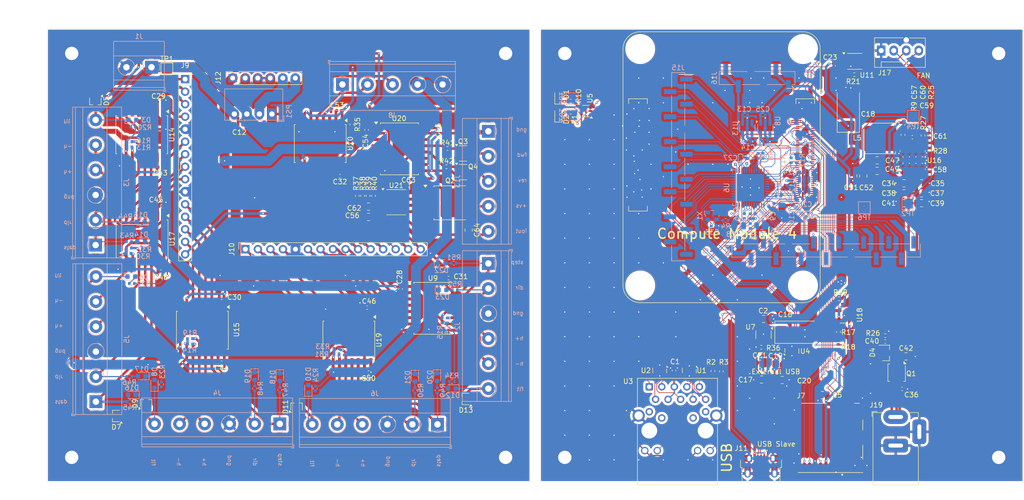
<source format=kicad_pcb>
(kicad_pcb
	(version 20240108)
	(generator "pcbnew")
	(generator_version "8.0")
	(general
		(thickness 1.5792)
		(legacy_teardrops no)
	)
	(paper "A4")
	(layers
		(0 "F.Cu" signal)
		(1 "In1.Cu" power)
		(2 "In2.Cu" power)
		(31 "B.Cu" signal)
		(32 "B.Adhes" user "B.Adhesive")
		(33 "F.Adhes" user "F.Adhesive")
		(34 "B.Paste" user)
		(35 "F.Paste" user)
		(36 "B.SilkS" user "B.Silkscreen")
		(37 "F.SilkS" user "F.Silkscreen")
		(38 "B.Mask" user)
		(39 "F.Mask" user)
		(40 "Dwgs.User" user "User.Drawings")
		(41 "Cmts.User" user "User.Comments")
		(42 "Eco1.User" user "User.Eco1")
		(43 "Eco2.User" user "User.Eco2")
		(44 "Edge.Cuts" user)
		(45 "Margin" user)
		(46 "B.CrtYd" user "B.Courtyard")
		(47 "F.CrtYd" user "F.Courtyard")
		(48 "B.Fab" user)
		(49 "F.Fab" user)
	)
	(setup
		(stackup
			(layer "F.SilkS"
				(type "Top Silk Screen")
			)
			(layer "F.Paste"
				(type "Top Solder Paste")
			)
			(layer "F.Mask"
				(type "Top Solder Mask")
				(color "Green")
				(thickness 0.01)
			)
			(layer "F.Cu"
				(type "copper")
				(thickness 0.035)
			)
			(layer "dielectric 1"
				(type "core")
				(thickness 0.0994)
				(material "Prepreg")
				(epsilon_r 4.4)
				(loss_tangent 0.02)
			)
			(layer "In1.Cu"
				(type "copper")
				(thickness 0.0152)
			)
			(layer "dielectric 2"
				(type "prepreg")
				(thickness 1.26)
				(material "Core")
				(epsilon_r 4.6)
				(loss_tangent 0.02)
			)
			(layer "In2.Cu"
				(type "copper")
				(thickness 0.0152)
			)
			(layer "dielectric 3"
				(type "core")
				(thickness 0.0994)
				(material "FR4")
				(epsilon_r 4.4)
				(loss_tangent 0.02)
			)
			(layer "B.Cu"
				(type "copper")
				(thickness 0.035)
			)
			(layer "B.Mask"
				(type "Bottom Solder Mask")
				(color "Green")
				(thickness 0.01)
			)
			(layer "B.Paste"
				(type "Bottom Solder Paste")
			)
			(layer "B.SilkS"
				(type "Bottom Silk Screen")
			)
			(copper_finish "None")
			(dielectric_constraints yes)
		)
		(pad_to_mask_clearance 0)
		(allow_soldermask_bridges_in_footprints no)
		(pcbplotparams
			(layerselection 0x00010e8_ffffffff)
			(plot_on_all_layers_selection 0x0000000_00000000)
			(disableapertmacros no)
			(usegerberextensions no)
			(usegerberattributes no)
			(usegerberadvancedattributes no)
			(creategerberjobfile no)
			(dashed_line_dash_ratio 12.000000)
			(dashed_line_gap_ratio 3.000000)
			(svgprecision 6)
			(plotframeref no)
			(viasonmask no)
			(mode 1)
			(useauxorigin no)
			(hpglpennumber 1)
			(hpglpenspeed 20)
			(hpglpendiameter 15.000000)
			(pdf_front_fp_property_popups yes)
			(pdf_back_fp_property_popups yes)
			(dxfpolygonmode yes)
			(dxfimperialunits yes)
			(dxfusepcbnewfont yes)
			(psnegative no)
			(psa4output no)
			(plotreference yes)
			(plotvalue yes)
			(plotfptext yes)
			(plotinvisibletext no)
			(sketchpadsonfab no)
			(subtractmaskfromsilk no)
			(outputformat 1)
			(mirror no)
			(drillshape 0)
			(scaleselection 1)
			(outputdirectory "RPI-CM4IO-Gerber/")
		)
	)
	(net 0 "")
	(net 1 "GND")
	(net 2 "Net-(C1-Pad1)")
	(net 3 "Net-(Q1-D)")
	(net 4 "Net-(D4-A)")
	(net 5 "Net-(U16-BST)")
	(net 6 "Net-(U16-SS)")
	(net 7 "/+12v")
	(net 8 "Net-(U16-COMP)")
	(net 9 "/CM4_HighSpeed/CAM0_D0_N")
	(net 10 "/CM4_HighSpeed/CAM0_D0_P")
	(net 11 "/CM4_HighSpeed/CAM0_D1_N")
	(net 12 "/CM4_HighSpeed/CAM0_D1_P")
	(net 13 "/CM4_HighSpeed/CAM0_C_N")
	(net 14 "/CM4_HighSpeed/CAM0_C_P")
	(net 15 "/CM4_GPIO ( Ethernet, GPIO, SDCARD)/GLOBAL_EN")
	(net 16 "/CM4_HighSpeed/CAM1_D3_P")
	(net 17 "/CM4_HighSpeed/CAM1_D3_N")
	(net 18 "/CM4_HighSpeed/CAM1_D2_P")
	(net 19 "/CM4_HighSpeed/CAM1_D2_N")
	(net 20 "/CM4_HighSpeed/CAM1_C_P")
	(net 21 "/CM4_HighSpeed/CAM1_C_N")
	(net 22 "/CM4_HighSpeed/CAM1_D1_P")
	(net 23 "/CM4_HighSpeed/CAM1_D1_N")
	(net 24 "/CM4_HighSpeed/CAM1_D0_P")
	(net 25 "/CM4_HighSpeed/CAM1_D0_N")
	(net 26 "/CM4_HighSpeed/DSI0_D0_N")
	(net 27 "/CM4_HighSpeed/DSI0_D0_P")
	(net 28 "/CM4_HighSpeed/DSI0_D1_N")
	(net 29 "/CM4_HighSpeed/DSI0_D1_P")
	(net 30 "/CM4_HighSpeed/DSI0_C_N")
	(net 31 "/CM4_HighSpeed/DSI0_C_P")
	(net 32 "/CM4_HighSpeed/DSI1_D3_P")
	(net 33 "/CM4_HighSpeed/DSI1_D3_N")
	(net 34 "/CM4_HighSpeed/DSI1_D2_P")
	(net 35 "/CM4_HighSpeed/DSI1_D2_N")
	(net 36 "/CM4_HighSpeed/DSI1_C_P")
	(net 37 "/CM4_HighSpeed/DSI1_C_N")
	(net 38 "/CM4_HighSpeed/DSI1_D1_P")
	(net 39 "/CM4_HighSpeed/DSI1_D1_N")
	(net 40 "/CM4_HighSpeed/DSI1_D0_P")
	(net 41 "/CM4_HighSpeed/DSI1_D0_N")
	(net 42 "/CM4_GPIO ( Ethernet, GPIO, SDCARD)/SD_DAT1")
	(net 43 "Net-(U16-FB)")
	(net 44 "/CM4_GPIO ( Ethernet, GPIO, SDCARD)/SD_DAT0")
	(net 45 "/CM4_GPIO ( Ethernet, GPIO, SDCARD)/SD_CLK")
	(net 46 "/CM4_GPIO ( Ethernet, GPIO, SDCARD)/SD_CMD")
	(net 47 "/CM4_GPIO ( Ethernet, GPIO, SDCARD)/SD_DAT3")
	(net 48 "/CM4_GPIO ( Ethernet, GPIO, SDCARD)/SD_DAT2")
	(net 49 "Net-(D1-K)")
	(net 50 "/CM4_GPIO ( Ethernet, GPIO, SDCARD)/GPIO2")
	(net 51 "/CM4_GPIO ( Ethernet, GPIO, SDCARD)/GPIO3")
	(net 52 "/CM4_GPIO ( Ethernet, GPIO, SDCARD)/GPIO4")
	(net 53 "/CM4_GPIO ( Ethernet, GPIO, SDCARD)/GPIO14")
	(net 54 "/CM4_GPIO ( Ethernet, GPIO, SDCARD)/GPIO15")
	(net 55 "/CM4_GPIO ( Ethernet, GPIO, SDCARD)/GPIO17")
	(net 56 "/CM4_GPIO ( Ethernet, GPIO, SDCARD)/GPIO18")
	(net 57 "/CM4_GPIO ( Ethernet, GPIO, SDCARD)/GPIO27")
	(net 58 "/CM4_GPIO ( Ethernet, GPIO, SDCARD)/GPIO22")
	(net 59 "/CM4_GPIO ( Ethernet, GPIO, SDCARD)/GPIO23")
	(net 60 "/CM4_GPIO ( Ethernet, GPIO, SDCARD)/GPIO24")
	(net 61 "/CM4_GPIO ( Ethernet, GPIO, SDCARD)/GPIO10")
	(net 62 "/CM4_GPIO ( Ethernet, GPIO, SDCARD)/GPIO9")
	(net 63 "/CM4_GPIO ( Ethernet, GPIO, SDCARD)/GPIO25")
	(net 64 "/CM4_GPIO ( Ethernet, GPIO, SDCARD)/GPIO11")
	(net 65 "/CM4_GPIO ( Ethernet, GPIO, SDCARD)/GPIO8")
	(net 66 "/CM4_GPIO ( Ethernet, GPIO, SDCARD)/GPIO7")
	(net 67 "/CM4_GPIO ( Ethernet, GPIO, SDCARD)/GPIO5")
	(net 68 "/CM4_GPIO ( Ethernet, GPIO, SDCARD)/GPIO6")
	(net 69 "/CM4_GPIO ( Ethernet, GPIO, SDCARD)/GPIO12")
	(net 70 "/CM4_GPIO ( Ethernet, GPIO, SDCARD)/GPIO13")
	(net 71 "/CM4_GPIO ( Ethernet, GPIO, SDCARD)/GPIO16")
	(net 72 "/CM4_GPIO ( Ethernet, GPIO, SDCARD)/GPIO26")
	(net 73 "/CM4_GPIO ( Ethernet, GPIO, SDCARD)/GPIO20")
	(net 74 "/CM4_GPIO ( Ethernet, GPIO, SDCARD)/GPIO21")
	(net 75 "unconnected-(U3-VC4-Pad14)")
	(net 76 "unconnected-(U3-VC3-Pad13)")
	(net 77 "unconnected-(U3-VC1-Pad11)")
	(net 78 "unconnected-(U3-VC2-Pad12)")
	(net 79 "/CM4_HighSpeed/HDMI1_D2_P")
	(net 80 "/CM4_HighSpeed/HDMI1_D2_N")
	(net 81 "/CM4_HighSpeed/HDMI1_D1_P")
	(net 82 "/CM4_HighSpeed/HDMI1_D1_N")
	(net 83 "/CM4_HighSpeed/HDMI1_D0_P")
	(net 84 "/CM4_HighSpeed/HDMI1_D0_N")
	(net 85 "/CM4_HighSpeed/HDMI1_CK_P")
	(net 86 "/CM4_HighSpeed/HDMI1_CK_N")
	(net 87 "/CM4_HighSpeed/HDMI1_CEC")
	(net 88 "Net-(D2-K)")
	(net 89 "/CM4_HighSpeed/HDMI1_SCL")
	(net 90 "/CM4_HighSpeed/HDMI1_SDA")
	(net 91 "/CM4_HighSpeed/HDMI1_HOTPLUG")
	(net 92 "Net-(J7-DET_A)")
	(net 93 "Net-(J7-DET_B)")
	(net 94 "/CM4_HighSpeed/HDMI0_HOTPLUG")
	(net 95 "/CM4_HighSpeed/HDMI0_SDA")
	(net 96 "/CM4_HighSpeed/HDMI0_SCL")
	(net 97 "/CM4_HighSpeed/HDMI0_CEC")
	(net 98 "/CM4_HighSpeed/HDMI0_CK_N")
	(net 99 "/CM4_HighSpeed/HDMI0_CK_P")
	(net 100 "/CM4_HighSpeed/HDMI0_D0_N")
	(net 101 "/CM4_HighSpeed/HDMI0_D0_P")
	(net 102 "/CM4_HighSpeed/HDMI0_D1_N")
	(net 103 "/CM4_HighSpeed/HDMI0_D1_P")
	(net 104 "/CM4_HighSpeed/HDMI0_D2_N")
	(net 105 "/CM4_HighSpeed/HDMI0_D2_P")
	(net 106 "/CM4_GPIO ( Ethernet, GPIO, SDCARD)/TRD1_P")
	(net 107 "/CM4_GPIO ( Ethernet, GPIO, SDCARD)/TRD3_N")
	(net 108 "/CM4_GPIO ( Ethernet, GPIO, SDCARD)/TRD1_N")
	(net 109 "/CM4_GPIO ( Ethernet, GPIO, SDCARD)/TRD2_N")
	(net 110 "/CM4_GPIO ( Ethernet, GPIO, SDCARD)/TRD0_N")
	(net 111 "/CM4_GPIO ( Ethernet, GPIO, SDCARD)/TRD2_P")
	(net 112 "/CM4_GPIO ( Ethernet, GPIO, SDCARD)/TRD0_P")
	(net 113 "/CM4_GPIO ( Ethernet, GPIO, SDCARD)/ETH_LEDG")
	(net 114 "/CM4_GPIO ( Ethernet, GPIO, SDCARD)/ETH_LEDY")
	(net 115 "/CM4_GPIO ( Ethernet, GPIO, SDCARD)/ID_SC")
	(net 116 "/CM4_GPIO ( Ethernet, GPIO, SDCARD)/ID_SD")
	(net 117 "/CM4_GPIO ( Ethernet, GPIO, SDCARD)/nPWR_LED")
	(net 118 "/nEXTRST")
	(net 119 "Net-(J17-Pin_3)")
	(net 120 "Net-(J17-Pin_4)")
	(net 121 "/CM4_HighSpeed/PCIE_nRST")
	(net 122 "/CM4_HighSpeed/PCIE_CLK_P")
	(net 123 "Net-(U16-SW)")
	(net 124 "unconnected-(Module1A-SD_DAT4-Pad68)")
	(net 125 "unconnected-(Module1A-SD_VDD_Override-Pad73)")
	(net 126 "Net-(R10-Pad2)")
	(net 127 "unconnected-(Module1A-Ethernet_nLED1(3.3v)-Pad19)")
	(net 128 "unconnected-(Module1B-Reserved-Pad106)")
	(net 129 "unconnected-(Module1A-SD_DAT7-Pad70)")
	(net 130 "unconnected-(Module1B-Reserved-Pad104)")
	(net 131 "Net-(Module1A-PI_nLED_Activity)")
	(net 132 "/CM4_HighSpeed/PCIE_CLK_N")
	(net 133 "/USB2-HUB/PWR1")
	(net 134 "/USB2-HUB/nOCS1")
	(net 135 "/CM4_HighSpeed/PCIE_RX_N")
	(net 136 "/CM4_HighSpeed/PCIE_RX_P")
	(net 137 "unconnected-(Module1A-SD_DAT5-Pad64)")
	(net 138 "unconnected-(Module1A-SD_DAT6-Pad72)")
	(net 139 "/CM4_GPIO ( Ethernet, GPIO, SDCARD)/TRD3_P")
	(net 140 "Net-(U3-LEDG_K)")
	(net 141 "/CM4_HighSpeed/PCIE_CLK_nREQ")
	(net 142 "/CM4_GPIO ( Ethernet, GPIO, SDCARD)/WL_nDis")
	(net 143 "/CM4_GPIO ( Ethernet, GPIO, SDCARD)/GPIO19")
	(net 144 "/+3.3v")
	(net 145 "/USB2-HUB/USBD_P")
	(net 146 "/USB2-HUB/USBD_N")
	(net 147 "Net-(U3-LEDY_K)")
	(net 148 "Net-(U7-ILIM)")
	(net 149 "/CM4_GPIO ( Ethernet, GPIO, SDCARD)/SD_PWR")
	(net 150 "/CM4_HighSpeed/PCIE_TX_N")
	(net 151 "/CM4_GPIO ( Ethernet, GPIO, SDCARD)/SD_PWR_ON")
	(net 152 "/CM4_HighSpeed/PCIE_TX_P")
	(net 153 "Net-(U4-D1-)")
	(net 154 "Net-(U4-D1+)")
	(net 155 "unconnected-(U11-CLK-Pad7)")
	(net 156 "unconnected-(U11-nALERT-Pad8)")
	(net 157 "unconnected-(U18-nFLG-Pad3)")
	(net 158 "/RTC , Wakeup, FAN/SCL")
	(net 159 "/RTC , Wakeup, FAN/SDA")
	(net 160 "/CM4_GPIO ( Ethernet, GPIO, SDCARD)/CAM_GPIO")
	(net 161 "Net-(C57-Pad1)")
	(net 162 "Net-(C60-Pad1)")
	(net 163 "/USB2-HUB/VBUS")
	(net 164 "/CM4_GPIO ( Ethernet, GPIO, SDCARD)/SYNC_OUT")
	(net 165 "/CM4_GPIO ( Ethernet, GPIO, SDCARD)/SYNC_IN")
	(net 166 "/CM4_GPIO ( Ethernet, GPIO, SDCARD)/AIN0")
	(net 167 "/CM4_GPIO ( Ethernet, GPIO, SDCARD)/AIN1")
	(net 168 "/CM4_GPIO ( Ethernet, GPIO, SDCARD)/+1.8v")
	(net 169 "/CM4_GPIO ( Ethernet, GPIO, SDCARD)/RUN_PG")
	(net 170 "/CM4_GPIO ( Ethernet, GPIO, SDCARD)/EEPROM_nWP")
	(net 171 "/+5v")
	(net 172 "/CM4_GPIO ( Ethernet, GPIO, SDCARD)/nRPIBOOT")
	(net 173 "/CM4_GPIO ( Ethernet, GPIO, SDCARD)/BT_nDis")
	(net 174 "/CM4_GPIO ( Ethernet, GPIO, SDCARD)/Reserved")
	(net 175 "/FPGA/+3V3")
	(net 176 "/FPGA/VCCPLL_1V2")
	(net 177 "/FPGA/+1V2")
	(net 178 "/FPGA/+2V5")
	(net 179 "GND1")
	(net 180 "Net-(D3-A)")
	(net 181 "Net-(D6-A)")
	(net 182 "Net-(D8-A)")
	(net 183 "unconnected-(D9-NC-Pad2)")
	(net 184 "unconnected-(D11-NC-Pad2)")
	(net 185 "unconnected-(D13-NC-Pad2)")
	(net 186 "Net-(J4-Pin_5)")
	(net 187 "Net-(J4-Pin_4)")
	(net 188 "Net-(J5-Pin_4)")
	(net 189 "Net-(J5-Pin_5)")
	(net 190 "Net-(J6-Pin_4)")
	(net 191 "Net-(J6-Pin_5)")
	(net 192 "unconnected-(U6B-IOB_31b-Pad18)")
	(net 193 "unconnected-(U6A-RGB1-Pad40)")
	(net 194 "/FPGA/probe")
	(net 195 "/FPGA/pwm1")
	(net 196 "/FPGA/d_dir")
	(net 197 "/FPGA/a_dir")
	(net 198 "unconnected-(U6A-RGB2-Pad41)")
	(net 199 "/FPGA/d_home-")
	(net 200 "/FPGA/c_home-")
	(net 201 "/FPGA/b_home-")
	(net 202 "/FPGA/e_dir")
	(net 203 "/FPGA/c_home+")
	(net 204 "/FPGA/d_step")
	(net 205 "/FPGA/e_home-")
	(net 206 "unconnected-(U6B-IOB_29b-Pad19)")
	(net 207 "/FPGA/b_step")
	(net 208 "/FPGA/e_step")
	(net 209 "/FPGA/fault")
	(net 210 "/FPGA/b_dir")
	(net 211 "/FPGA/b_home+")
	(net 212 "/FPGA/a_home-")
	(net 213 "/FPGA/e_home+")
	(net 214 "/FPGA/c_dir")
	(net 215 "/FPGA/d_home+")
	(net 216 "/FPGA/a_home+")
	(net 217 "/FPGA/estop")
	(net 218 "/FPGA/pwm0")
	(net 219 "unconnected-(U6A-RGB0-Pad39)")
	(net 220 "/FPGA/c_step")
	(net 221 "/FPGA/a_step")
	(net 222 "unconnected-(U8-NC-Pad4)")
	(net 223 "unconnected-(U12-NC-Pad4)")
	(net 224 "unconnected-(U13-NC-Pad4)")
	(net 225 "/CM4_HighSpeed/TV_OUT")
	(net 226 "/FPGA/breakout/+5V_ISO")
	(net 227 "GND2")
	(net 228 "/FPGA/+3V3_GND2")
	(net 229 "/FPGA/breakout/+5V_ISO_GND3")
	(net 230 "GND3")
	(net 231 "Net-(C56-Pad1)")
	(net 232 "Net-(C62-Pad1)")
	(net 233 "/FPGA/breakout/+VS")
	(net 234 "/FPGA/breakout/iout")
	(net 235 "/FPGA/breakout/flta")
	(net 236 "unconnected-(D5-NC-Pad2)")
	(net 237 "/FPGA/breakout/fault_iso")
	(net 238 "/FPGA/breakout/fltb")
	(net 239 "unconnected-(D7-NC-Pad2)")
	(net 240 "/FPGA/breakout/fltc")
	(net 241 "/FPGA/breakout/fltd")
	(net 242 "Net-(D10-A)")
	(net 243 "/FPGA/breakout/flte")
	(net 244 "Net-(D12-A)")
	(net 245 "/FPGA/breakout/e_step_iso")
	(net 246 "Net-(J2-Pin_5)")
	(net 247 "Net-(J2-Pin_4)")
	(net 248 "/FPGA/breakout/e_dir_iso")
	(net 249 "Net-(J3-Pin_5)")
	(net 250 "Net-(J3-Pin_4)")
	(net 251 "/FPGA/breakout/a_step_iso")
	(net 252 "/FPGA/breakout/a_dir_iso")
	(net 253 "/FPGA/breakout/c_step_iso")
	(net 254 "/FPGA/breakout/c_dir_iso")
	(net 255 "/FPGA/breakout/b_step_iso")
	(net 256 "/FPGA/breakout/b_dir_iso")
	(net 257 "/FPGA/breakout/d_step_iso")
	(net 258 "/FPGA/breakout/d_dir_iso")
	(net 259 "Net-(J8-Pin_3)")
	(net 260 "Net-(J8-Pin_2)")
	(net 261 "Net-(J8-Pin_1)")
	(net 262 "/FPGA/breakout/b_dir")
	(net 263 "/FPGA/breakout/a_home-")
	(net 264 "/FPGA/breakout/b_step")
	(net 265 "/FPGA/breakout/b_home-")
	(net 266 "/FPGA/breakout/c_home-")
	(net 267 "/FPGA/breakout/stepper_enable")
	(net 268 "/FPGA/breakout/c_step")
	(net 269 "/FPGA/breakout/a_dir")
	(net 270 "/FPGA/breakout/c_home+")
	(net 271 "/FPGA/breakout/a_home+")
	(net 272 "/FPGA/breakout/c_dir")
	(net 273 "/FPGA/breakout/b_home+")
	(net 274 "/FPGA/breakout/a_step")
	(net 275 "/FPGA/breakout/e_home+")
	(net 276 "/FPGA/breakout/d_step")
	(net 277 "/FPGA/breakout/estop")
	(net 278 "/FPGA/breakout/d_home+")
	(net 279 "/FPGA/breakout/e_home-")
	(net 280 "/FPGA/breakout/fault")
	(net 281 "/FPGA/breakout/d_dir")
	(net 282 "/FPGA/breakout/spindle_fwd")
	(net 283 "/FPGA/breakout/e_dir")
	(net 284 "/FPGA/breakout/spindle_rev")
	(net 285 "/FPGA/breakout/spindle_pwm")
	(net 286 "/FPGA/breakout/d_home-")
	(net 287 "/FPGA/breakout/e_step")
	(net 288 "/FPGA/+5V_GND2")
	(net 289 "/FPGA/breakout/spindle_fwd_oc")
	(net 290 "/FPGA/breakout/spindle_rev_oc")
	(net 291 "/FPGA/stepper_enable")
	(net 292 "/FPGA/spindle_rev")
	(net 293 "/FPGA/spindle_fwd")
	(net 294 "Net-(Q2-B)")
	(net 295 "Net-(Q2-E)")
	(net 296 "Net-(Q3-B)")
	(net 297 "Net-(Q4-B)")
	(net 298 "Net-(X1-OUT)")
	(net 299 "/FPGA/clk_8mhz")
	(net 300 "/FPGA/breakout/spindle_pwm_iso")
	(net 301 "Net-(U21-IIN)")
	(net 302 "Net-(U21-VREF)")
	(net 303 "/FPGA/breakout/spindle_fwd_iso")
	(net 304 "/FPGA/breakout/spindle_rev_iso")
	(net 305 "unconnected-(U6B-IOB_18a-Pad10)")
	(net 306 "unconnected-(U20-IND-Pad11)")
	(net 307 "unconnected-(U20-OUTD-Pad6)")
	(net 308 "unconnected-(X1-Tri-State-Pad1)")
	(net 309 "/FPGA/breakout/probe")
	(net 310 "Net-(D14-A)")
	(net 311 "Net-(D15-A)")
	(net 312 "Net-(D16-A)")
	(net 313 "Net-(D17-A)")
	(net 314 "Net-(D18-A)")
	(net 315 "Net-(D19-A)")
	(net 316 "Net-(D20-A)")
	(net 317 "Net-(D21-A)")
	(net 318 "Net-(D22-A)")
	(net 319 "Net-(D23-A)")
	(footprint "Capacitor_SMD:C_0402_1005Metric" (layer "F.Cu") (at 127.15 119.365 90))
	(footprint "Capacitor_SMD:C_0805_2012Metric" (layer "F.Cu") (at 157.25 124.35 180))
	(footprint "Capacitor_SMD:C_0402_1005Metric" (layer "F.Cu") (at 159.5 57.5 -90))
	(footprint "Capacitor_SMD:C_0402_1005Metric" (layer "F.Cu") (at 173.4 123.1))
	(footprint "Capacitor_SMD:C_0805_2012Metric" (layer "F.Cu") (at 168.3425 76.7))
	(footprint "Capacitor_SMD:C_0805_2012Metric" (layer "F.Cu") (at 168.3425 78.85))
	(footprint "Capacitor_SMD:C_0805_2012Metric" (layer "F.Cu") (at 163.5 79.85 -90))
	(footprint "Capacitor_SMD:C_0805_2012Metric" (layer "F.Cu") (at 165.5425 79.9 -90))
	(footprint "Resistor_SMD:R_0402_1005Metric" (layer "F.Cu") (at 106.2 64.7))
	(footprint "Resistor_SMD:R_0402_1005Metric" (layer "F.Cu") (at 163.7 59.3 180))
	(footprint "Package_SON:USON-10_2.5x1.0mm_P0.5mm" (layer "F.Cu") (at 130.25 119.35 -90))
	(footprint "LED_SMD:LED_0603_1608Metric" (layer "F.Cu") (at 103.7 67.45 90))
	(footprint "Package_SO:MSOP-8_3x3mm_P0.65mm" (layer "F.Cu") (at 163.8 56.6))
	(footprint "Capacitor_SMD:C_0805_2012Metric" (layer "F.Cu") (at 149.1 121.3))
	(footprint "Capacitor_SMD:C_0805_2012Metric" (layer "F.Cu") (at 144.5 118 180))
	(footprint "Capacitor_SMD:C_0805_2012Metric" (layer "F.Cu") (at 148.5625 118))
	(footprint "Capacitor_SMD:C_0805_2012Metric" (layer "F.Cu") (at 144.9 121.2 180))
	(footprint "Resistor_SMD:R_0402_1005Metric" (layer "F.Cu") (at 136.75 119.55 90))
	(footprint "Resistor_SMD:R_0402_1005Metric" (layer "F.Cu") (at 135.05 119.465 90))
	(footprint "CM4IO:USB_Micro-B_EDAC_UCON00686" (layer "F.Cu") (at 144.8 140.25))
	(footprint "LED_SMD:LED_0603_1608Metric" (layer "F.Cu") (at 103.7 63.800001 90))
	(footprint "Resistor_SMD:R_0402_1005Metric" (layer "F.Cu") (at 106.2 66.900001))
	(footprint "Package_TO_SOT_SMD:SOT-353_SC-70-5" (layer "F.Cu") (at 109.3 66.7 180))
	(footprint "Package_TO_SOT_SMD:SOT-23-5" (layer "F.Cu") (at 161.598661 108.155987 180))
	(footprint "CM4IO:BarrelJack_Horizontal" (layer "F.Cu") (at 172.1 128.8 90))
	(footprint "CM4IO:TRJG0926HENL" (layer "F.Cu") (at 127.85 131.565))
	(footprint "Resistor_SMD:R_0402_1005Metric" (layer "F.Cu") (at 144.85 114.65 180))
	(footprint "Package_TO_SOT_SMD:SOT-23-6" (layer "F.Cu") (at 145.3 112.1 -90))
	(footprint "Connector:FanPinHeader_1x04_P2.54mm_Vertical"
		(layer "F.Cu")
		(uuid "00000000-0000-0000-0000-00005e181fae")
		(at 169.17 54.42)
		(descr "4-pin CPU fan Through hole pin header, e.g. for Wieson part number 2366C888-007 Molex 47053-1000, Foxconn HF27040-M1, Tyco 1470947-1 or equivalent, see http://www.formfactors.org/developer%5Cspecs%5Crev1_2_public.pdf")
		(tags "pin header 4-pin CPU fan")
		(property "Reference" "J17"
			(at 0.7 4.5 0)
			(layer "F.SilkS")
			(uuid "f5314554-f0d5-42b1-a2d5-22ec3d5a293f")
			(effects
				(font
					(size 1 1)
					(thickness 0.15)
				)
			)
		)
		(property "Value" "Molex 470531000"
			(at 4.05 4.35 0)
			(layer "F.Fab")
			(uuid "73b20260-eddf-4574-9213-4a7df05c45f8")
			(effects
				(font
					(size 1 1)
					(thickness 0.15)
				)
			)
		)
		(property "Footprint" "Connector:FanPinHeader_1x04_P2.54mm_Vertical"
			(at 0 0 0)
			(layer "F.Fab")
			(hide yes)
			(uuid "a3228bb2-ee75-4546-a825-906e743b9404")
			(effects
				(font
					(size 1.27 1.27)
					(thickness 0.15)
				)
			)
		)
		(property "Datasheet" "https://www.molex.com/pdm_docs/sd/470531000_sd.pdf"
			(at 0 0 0)
			(layer "F.Fab")
			(hide yes)
			(uuid "0bcf0bec-016f-43a8-90ab-909d1074daad")
			(effects
				(font
					(size 1.27 1.27)
					(thickness 0.15)
				)
			)
		)
		(property "Description" ""
			(at 0 0 0)
			(layer "F.Fab")
			(hide yes)
			(uuid "90f5e27b-30f6-4e8f-bb89-460d84230454")
			(effects
				(font
					(size 1.27 1.27)
					(thickness 0.15)
				)
			)
		)
		(property "Field4" "Farnell"
			(at 0 0 0)
			(layer "F.Fab")
			(hide yes)
			(uuid "6f9a6349-d85d-4620-ad54-94e1abe37fad")
			(effects
				(font
					(size 1 1)
					(thickness 0.15)
				)
			)
		)
		(property "Field5" "	2313705"
			(at 0 0 0)
			(layer "F.Fab")
			(hide yes)
			(uuid "acaba0ac-ef71-489c-a7
... [2664915 chars truncated]
</source>
